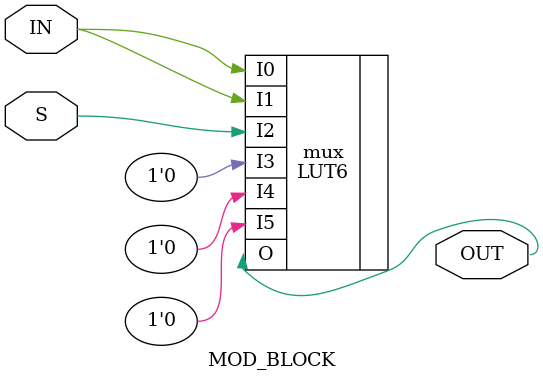
<source format=v>
/*
MUX路径选择模块
*/
module MOD_BLOCK
(
  input  IN,
  input  S, //激励或调整信号
  output OUT
);

(* dont_touch = "true" *) LUT6 #(.INIT(8'b11001010)) mux(.I0(IN), .I1(IN), .I2(S), .I3(1'b0), .I4(1'b0), .I5(1'b0), .O(OUT));

endmodule

</source>
